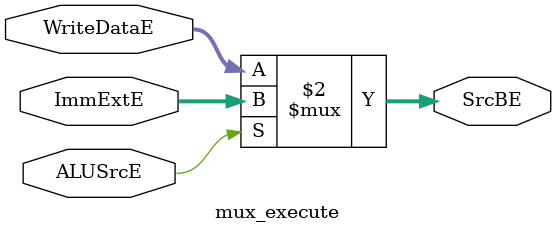
<source format=v>
`timescale 1ns / 1ps

module mux_execute(
  input             ALUSrcE,
  input      [31:0] WriteDataE,//RD2E,
  input      [31:0] ImmExtE,
  output reg [31:0] SrcBE
  
);
  
  always @(*)
    begin
      SrcBE = ALUSrcE ? ImmExtE : WriteDataE;//RD2E;
    end
    
endmodule

</source>
